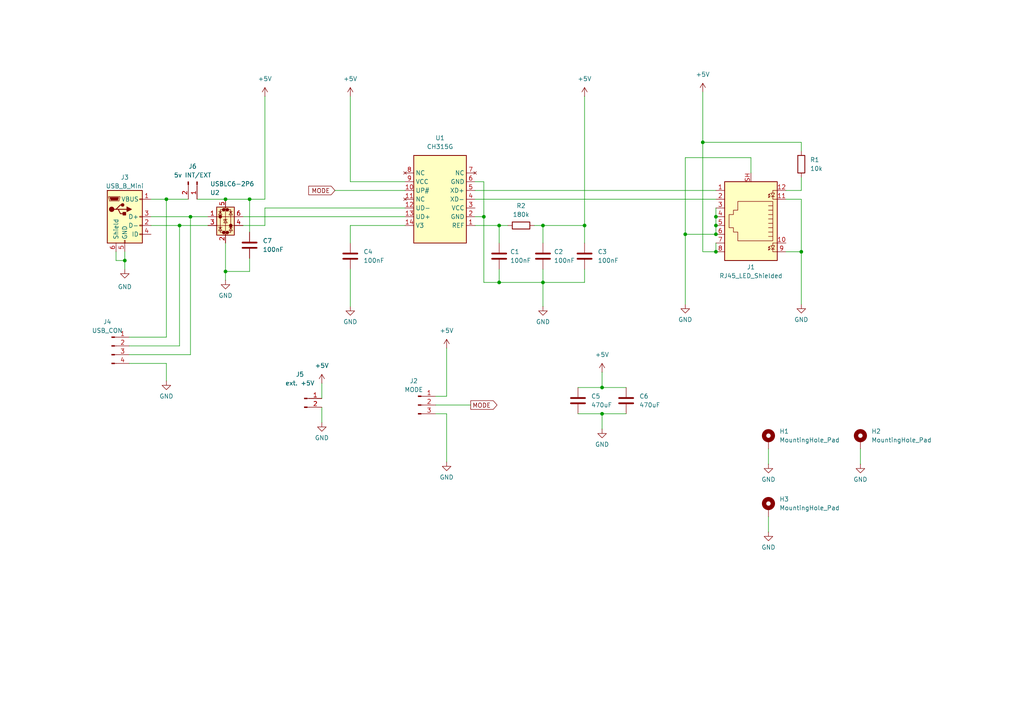
<source format=kicad_sch>
(kicad_sch (version 20231120) (generator "eeschema") (generator_version "8.0")
  (paper "A4")
  (title_block (title "OE9SAU USB-Extender ") (date "26.09.2024"))
  (lib_symbols
    (symbol "CH315G_1"
      (property "Reference" "U" (at -5.08 13.97 0))
      (property "Value" "CH315G" (at 1.27 13.97 0))
      (symbol "CH315G_1_0_1"
        (rectangle (start -7.62 12.7) (end 7.62 -12.7) (stroke (width 0.254)) (fill (type background)))
      )
      (symbol "CH315G_1_1_1"
        (pin input line (at -10.16 7.62 0) (length 2.54) (name "REF") (number "1"))
        (pin bidirectional line (at 10.16 -2.54 180) (length 2.54) (name "UP#") (number "10"))
        (pin no_connect line (at 10.16 0 180) (length 2.54) (name "NC") (number "11"))
        (pin bidirectional line (at 10.16 2.54 180) (length 2.54) (name "UD-") (number "12"))
        (pin bidirectional line (at 10.16 5.08 180) (length 2.54) (name "UD+") (number "13"))
        (pin input line (at 10.16 7.62 180) (length 2.54) (name "V3") (number "14"))
        (pin input line (at -10.16 5.08 0) (length 2.54) (name "GND") (number "2"))
        (pin input line (at -10.16 2.54 0) (length 2.54) (name "VCC") (number "3"))
        (pin bidirectional line (at -10.16 0 0) (length 2.54) (name "XD-") (number "4"))
        (pin bidirectional line (at -10.16 -2.54 0) (length 2.54) (name "XD+") (number "5"))
        (pin input line (at -10.16 -5.08 0) (length 2.54) (name "GND") (number "6"))
        (pin no_connect line (at -10.16 -7.62 0) (length 2.54) (name "NC") (number "7"))
        (pin no_connect line (at 10.16 -7.62 180) (length 2.54) (name "NC") (number "8"))
        (pin input line (at 10.16 -5.08 180) (length 2.54) (name "VCC") (number "9"))
      )
    )
    (symbol "Connector:Conn_01x02_Pin" (pin_names (offset 1.016) hide)
      (property "Reference" "J" (at 0 2.54 0))
      (property "Value" "Conn_01x02_Pin" (at 0 -5.08 0))
      (symbol "Conn_01x02_Pin_1_1"
        (polyline (pts (xy 1.27 -2.54) (xy 0.8636 -2.54)) (stroke (width 0.1524)))
        (polyline (pts (xy 1.27 0) (xy 0.8636 0)) (stroke (width 0.1524)))
        (rectangle (start 0.8636 -2.413) (end 0 -2.667) (stroke (width 0.1524)) (fill (type outline)))
        (rectangle (start 0.8636 0.127) (end 0 -0.127) (stroke (width 0.1524)) (fill (type outline)))
        (pin passive line (at 5.08 0 180) (length 3.81) (name "Pin_1") (number "1"))
        (pin passive line (at 5.08 -2.54 180) (length 3.81) (name "Pin_2") (number "2"))
      )
    )
    (symbol "Connector:Conn_01x03_Pin" (pin_names (offset 1.016) hide)
      (property "Reference" "J" (at 0 5.08 0))
      (property "Value" "Conn_01x03_Pin" (at 0 -5.08 0))
      (symbol "Conn_01x03_Pin_1_1"
        (polyline (pts (xy 1.27 -2.54) (xy 0.8636 -2.54)) (stroke (width 0.1524)))
        (polyline (pts (xy 1.27 0) (xy 0.8636 0)) (stroke (width 0.1524)))
        (polyline (pts (xy 1.27 2.54) (xy 0.8636 2.54)) (stroke (width 0.1524)))
        (rectangle (start 0.8636 -2.413) (end 0 -2.667) (stroke (width 0.1524)) (fill (type outline)))
        (rectangle (start 0.8636 0.127) (end 0 -0.127) (stroke (width 0.1524)) (fill (type outline)))
        (rectangle (start 0.8636 2.667) (end 0 2.413) (stroke (width 0.1524)) (fill (type outline)))
        (pin passive line (at 5.08 2.54 180) (length 3.81) (name "Pin_1") (number "1"))
        (pin passive line (at 5.08 0 180) (length 3.81) (name "Pin_2") (number "2"))
        (pin passive line (at 5.08 -2.54 180) (length 3.81) (name "Pin_3") (number "3"))
      )
    )
    (symbol "Connector:Conn_01x04_Pin" (pin_names (offset 1.016) hide)
      (property "Reference" "J" (at 0 5.08 0))
      (property "Value" "Conn_01x04_Pin" (at 0 -7.62 0))
      (symbol "Conn_01x04_Pin_1_1"
        (polyline (pts (xy 1.27 -5.08) (xy 0.8636 -5.08)) (stroke (width 0.1524)))
        (polyline (pts (xy 1.27 -2.54) (xy 0.8636 -2.54)) (stroke (width 0.1524)))
        (polyline (pts (xy 1.27 0) (xy 0.8636 0)) (stroke (width 0.1524)))
        (polyline (pts (xy 1.27 2.54) (xy 0.8636 2.54)) (stroke (width 0.1524)))
        (rectangle (start 0.8636 -4.953) (end 0 -5.207) (stroke (width 0.1524)) (fill (type outline)))
        (rectangle (start 0.8636 -2.413) (end 0 -2.667) (stroke (width 0.1524)) (fill (type outline)))
        (rectangle (start 0.8636 0.127) (end 0 -0.127) (stroke (width 0.1524)) (fill (type outline)))
        (rectangle (start 0.8636 2.667) (end 0 2.413) (stroke (width 0.1524)) (fill (type outline)))
        (pin passive line (at 5.08 2.54 180) (length 3.81) (name "Pin_1") (number "1"))
        (pin passive line (at 5.08 0 180) (length 3.81) (name "Pin_2") (number "2"))
        (pin passive line (at 5.08 -2.54 180) (length 3.81) (name "Pin_3") (number "3"))
        (pin passive line (at 5.08 -5.08 180) (length 3.81) (name "Pin_4") (number "4"))
      )
    )
    (symbol "Connector:RJ45_LED_Shielded" (pin_names (offset 1.016))
      (property "Reference" "J" (at -5.08 13.97 0))
      (property "Value" "RJ45_LED_Shielded" (at 1.27 13.97 0))
      (symbol "RJ45_LED_Shielded_0_1"
        (polyline (pts (xy -7.62 -7.62) (xy -6.35 -7.62)))
        (polyline (pts (xy -7.62 -5.08) (xy -6.35 -5.08)))
        (polyline (pts (xy -7.62 7.62) (xy -6.35 7.62)))
        (polyline (pts (xy -7.62 10.16) (xy -6.35 10.16)))
        (polyline (pts (xy -6.858 -5.842) (xy -5.842 -5.842)))
        (polyline (pts (xy -6.858 9.398) (xy -5.842 9.398)))
        (polyline (pts (xy -6.35 -7.62) (xy -6.35 -6.858)))
        (polyline (pts (xy -6.35 -5.08) (xy -6.35 -5.842)))
        (polyline (pts (xy -6.35 7.62) (xy -6.35 8.382)))
        (polyline (pts (xy -6.35 10.16) (xy -6.35 9.398)))
        (polyline (pts (xy -5.08 -6.223) (xy -5.207 -6.604)))
        (polyline (pts (xy -5.08 -5.588) (xy -5.207 -5.969)))
        (polyline (pts (xy -5.08 4.445) (xy -6.35 4.445)))
        (polyline (pts (xy -5.08 5.715) (xy -6.35 5.715)))
        (polyline (pts (xy -5.08 9.017) (xy -5.207 8.636)))
        (polyline (pts (xy -5.08 9.652) (xy -5.207 9.271)))
        (polyline (pts (xy -6.35 -3.175) (xy -5.08 -3.175) (xy -5.08 -3.175)))
        (polyline (pts (xy -6.35 -1.905) (xy -5.08 -1.905) (xy -5.08 -1.905)))
        (polyline (pts (xy -6.35 -0.635) (xy -5.08 -0.635) (xy -5.08 -0.635)))
        (polyline (pts (xy -6.35 0.635) (xy -5.08 0.635) (xy -5.08 0.635)))
        (polyline (pts (xy -6.35 1.905) (xy -5.08 1.905) (xy -5.08 1.905)))
        (polyline (pts (xy -5.588 -6.731) (xy -5.08 -6.223) (xy -5.461 -6.35)))
        (polyline (pts (xy -5.588 -6.096) (xy -5.08 -5.588) (xy -5.461 -5.715)))
        (polyline (pts (xy -5.588 8.509) (xy -5.08 9.017) (xy -5.461 8.89)))
        (polyline (pts (xy -5.588 9.144) (xy -5.08 9.652) (xy -5.461 9.525)))
        (polyline (pts (xy -5.08 3.175) (xy -6.35 3.175) (xy -6.35 3.175)))
        (polyline (pts (xy -6.35 -5.842) (xy -6.858 -6.858) (xy -5.842 -6.858) (xy -6.35 -5.842)))
        (polyline (pts (xy -6.35 9.398) (xy -6.858 8.382) (xy -5.842 8.382) (xy -6.35 9.398)))
        (polyline (pts (xy -6.35 -4.445) (xy -6.35 6.985) (xy 3.81 6.985) (xy 3.81 4.445) (xy 5.08 4.445) (xy 5.08 3.175) (xy 6.35 3.175) (xy 6.35 -0.635) (xy 5.08 -0.635) (xy 5.08 -1.905) (xy 3.81 -1.905) (xy 3.81 -4.445) (xy -6.35 -4.445) (xy -6.35 -4.445)))
        (rectangle (start 7.62 12.7) (end -7.62 -10.16) (stroke (width 0.254)) (fill (type background)))
      )
      (symbol "RJ45_LED_Shielded_1_1"
        (pin passive line (at 10.16 -7.62 180) (length 2.54) (name "~") (number "1"))
        (pin passive line (at -10.16 7.62 0) (length 2.54) (name "~") (number "10"))
        (pin passive line (at -10.16 -5.08 0) (length 2.54) (name "~") (number "11"))
        (pin passive line (at -10.16 -7.62 0) (length 2.54) (name "~") (number "12"))
        (pin passive line (at 10.16 -5.08 180) (length 2.54) (name "~") (number "2"))
        (pin passive line (at 10.16 -2.54 180) (length 2.54) (name "~") (number "3"))
        (pin passive line (at 10.16 0 180) (length 2.54) (name "~") (number "4"))
        (pin passive line (at 10.16 2.54 180) (length 2.54) (name "~") (number "5"))
        (pin passive line (at 10.16 5.08 180) (length 2.54) (name "~") (number "6"))
        (pin passive line (at 10.16 7.62 180) (length 2.54) (name "~") (number "7"))
        (pin passive line (at 10.16 10.16 180) (length 2.54) (name "~") (number "8"))
        (pin passive line (at -10.16 10.16 0) (length 2.54) (name "~") (number "9"))
        (pin passive line (at 0 -12.7 90) (length 2.54) (name "~") (number "SH"))
      )
    )
    (symbol "Connector:USB_B_Mini" (pin_names (offset 1.016))
      (property "Reference" "J" (at -5.08 11.43 0))
      (property "Value" "USB_B_Mini" (at -5.08 8.89 0))
      (symbol "USB_B_Mini_0_1"
        (rectangle (start -5.08 -7.62) (end 5.08 7.62) (stroke (width 0.254)) (fill (type background)))
        (circle (center -3.81 2.159) (radius 0.635) (stroke (width 0.254)) (fill (type outline)))
        (circle (center -0.635 3.429) (radius 0.381) (stroke (width 0.254)) (fill (type outline)))
        (rectangle (start -0.127 -7.62) (end 0.127 -6.858))
        (polyline (pts (xy -1.905 2.159) (xy 0.635 2.159)) (stroke (width 0.254)))
        (polyline (pts (xy -3.175 2.159) (xy -2.54 2.159) (xy -1.27 3.429) (xy -0.635 3.429)) (stroke (width 0.254)))
        (polyline (pts (xy -2.54 2.159) (xy -1.905 2.159) (xy -1.27 0.889) (xy 0 0.889)) (stroke (width 0.254)))
        (polyline (pts (xy 0.635 2.794) (xy 0.635 1.524) (xy 1.905 2.159) (xy 0.635 2.794)) (stroke (width 0.254)) (fill (type outline)))
        (polyline (pts (xy -4.318 5.588) (xy -1.778 5.588) (xy -2.032 4.826) (xy -4.064 4.826) (xy -4.318 5.588)) (fill (type outline)))
        (polyline (pts (xy -4.699 5.842) (xy -4.699 5.588) (xy -4.445 4.826) (xy -4.445 4.572) (xy -1.651 4.572) (xy -1.651 4.826) (xy -1.397 5.588) (xy -1.397 5.842) (xy -4.699 5.842)))
        (rectangle (start 0.254 1.27) (end -0.508 0.508) (stroke (width 0.254)) (fill (type outline)))
        (rectangle (start 5.08 -5.207) (end 4.318 -4.953))
        (rectangle (start 5.08 -2.667) (end 4.318 -2.413))
        (rectangle (start 5.08 -0.127) (end 4.318 0.127))
        (rectangle (start 5.08 4.953) (end 4.318 5.207))
      )
      (symbol "USB_B_Mini_1_1"
        (pin power_out line (at 7.62 5.08 180) (length 2.54) (name "VBUS") (number "1"))
        (pin bidirectional line (at 7.62 -2.54 180) (length 2.54) (name "D-") (number "2"))
        (pin bidirectional line (at 7.62 0 180) (length 2.54) (name "D+") (number "3"))
        (pin passive line (at 7.62 -5.08 180) (length 2.54) (name "ID") (number "4"))
        (pin power_out line (at 0 -10.16 90) (length 2.54) (name "GND") (number "5"))
        (pin passive line (at -2.54 -10.16 90) (length 2.54) (name "Shield") (number "6"))
      )
    )
    (symbol "Device:C" (pin_numbers hide) (pin_names (offset 0.254))
      (property "Reference" "C" (at 0.635 2.54 0))
      (property "Value" "C" (at 0.635 -2.54 0))
      (symbol "C_0_1"
        (polyline (pts (xy -2.032 -0.762) (xy 2.032 -0.762)) (stroke (width 0.508)))
        (polyline (pts (xy -2.032 0.762) (xy 2.032 0.762)) (stroke (width 0.508)))
      )
      (symbol "C_1_1"
        (pin passive line (at 0 3.81 270) (length 2.794) (name "~") (number "1"))
        (pin passive line (at 0 -3.81 90) (length 2.794) (name "~") (number "2"))
      )
    )
    (symbol "Device:R" (pin_numbers hide) (pin_names (offset 0))
      (property "Reference" "R" (at 2.032 0 90))
      (property "Value" "R" (at 0 0 90))
      (symbol "R_0_1"
        (rectangle (start -1.016 -2.54) (end 1.016 2.54) (stroke (width 0.254)))
      )
      (symbol "R_1_1"
        (pin passive line (at 0 3.81 270) (length 1.27) (name "~") (number "1"))
        (pin passive line (at 0 -3.81 90) (length 1.27) (name "~") (number "2"))
      )
    )
    (symbol "Mechanical:MountingHole_Pad" (pin_numbers hide) (pin_names (offset 1.016) hide) (exclude_from_sim yes) (in_bom no)
      (property "Reference" "H" (at 0 6.35 0))
      (property "Value" "MountingHole_Pad" (at 0 4.445 0))
      (symbol "MountingHole_Pad_0_1"
        (circle (center 0 1.27) (radius 1.27) (stroke (width 1.27)))
      )
      (symbol "MountingHole_Pad_1_1"
        (pin input line (at 0 -2.54 90) (length 2.54) (name "1") (number "1"))
      )
    )
    (symbol "Power_Protection:USBLC6-2P6" (pin_names hide)
      (property "Reference" "U" (at 0.635 5.715 0))
      (property "Value" "USBLC6-2P6" (at 0.635 3.81 0))
      (symbol "USBLC6-2P6_0_0"
        (circle (center -1.524 0) (radius 0.0001) (stroke (width 0.508)))
        (circle (center -0.508 -4.572) (radius 0.0001) (stroke (width 0.508)))
        (circle (center -0.508 2.032) (radius 0.0001) (stroke (width 0.508)))
        (circle (center 0.508 -4.572) (radius 0.0001) (stroke (width 0.508)))
        (circle (center 0.508 2.032) (radius 0.0001) (stroke (width 0.508)))
        (circle (center 1.524 -2.54) (radius 0.0001) (stroke (width 0.508)))
      )
      (symbol "USBLC6-2P6_0_1"
        (polyline (pts (xy -2.54 -2.54) (xy 2.54 -2.54)))
        (polyline (pts (xy -2.54 0) (xy 2.54 0)))
        (polyline (pts (xy -2.032 -3.048) (xy -1.016 -3.048)))
        (polyline (pts (xy -1.016 1.524) (xy -2.032 1.524)))
        (polyline (pts (xy 1.016 -3.048) (xy 2.032 -3.048)))
        (polyline (pts (xy 1.016 1.524) (xy 2.032 1.524)))
        (polyline (pts (xy -0.508 -1.143) (xy -0.508 -0.762) (xy 0.508 -0.762)))
        (polyline (pts (xy -2.032 0.508) (xy -1.016 0.508) (xy -1.524 1.524) (xy -2.032 0.508)))
        (polyline (pts (xy -1.016 -4.064) (xy -2.032 -4.064) (xy -1.524 -3.048) (xy -1.016 -4.064)))
        (polyline (pts (xy 0.508 -1.778) (xy -0.508 -1.778) (xy 0 -0.762) (xy 0.508 -1.778)))
        (polyline (pts (xy 2.032 -4.064) (xy 1.016 -4.064) (xy 1.524 -3.048) (xy 2.032 -4.064)))
        (polyline (pts (xy 2.032 0.508) (xy 1.016 0.508) (xy 1.524 1.524) (xy 2.032 0.508)))
        (polyline (pts (xy 0 2.54) (xy -0.508 2.032) (xy 0.508 2.032) (xy 0 1.524) (xy 0 -4.064) (xy -0.508 -4.572) (xy 0.508 -4.572) (xy 0 -5.08)))
      )
      (symbol "USBLC6-2P6_1_1"
        (rectangle (start -2.54 2.794) (end 2.54 -5.334) (stroke (width 0.254)) (fill (type background)))
        (polyline (pts (xy -0.508 2.032) (xy -1.524 2.032) (xy -1.524 -4.572) (xy -0.508 -4.572)))
        (polyline (pts (xy 0.508 -4.572) (xy 1.524 -4.572) (xy 1.524 2.032) (xy 0.508 2.032)))
        (pin passive line (at -5.08 0 0) (length 2.54) (name "I/O1") (number "1"))
        (pin passive line (at 0 -7.62 90) (length 2.54) (name "GND") (number "2"))
        (pin passive line (at -5.08 -2.54 0) (length 2.54) (name "I/O2") (number "3"))
        (pin passive line (at 5.08 -2.54 180) (length 2.54) (name "I/O2") (number "4"))
        (pin passive line (at 0 5.08 270) (length 2.54) (name "VBUS") (number "5"))
        (pin passive line (at 5.08 0 180) (length 2.54) (name "I/O1") (number "6"))
      )
    )
    (symbol "power:+5V" (power) (pin_numbers hide) (pin_names (offset 0) hide)
      (property "Value" "+5V" (at 0 3.556 0))
      (symbol "+5V_0_1"
        (polyline (pts (xy -0.762 1.27) (xy 0 2.54)))
        (polyline (pts (xy 0 0) (xy 0 2.54)))
        (polyline (pts (xy 0 2.54) (xy 0.762 1.27)))
      )
      (symbol "+5V_1_1"
        (pin power_in line (at 0 0 90) (length 0) (name "~") (number "1"))
      )
    )
    (symbol "power:GND" (power) (pin_numbers hide) (pin_names (offset 0) hide)
      (property "Value" "GND" (at 0 -3.81 0))
      (symbol "GND_0_1"
        (polyline (pts (xy 0 0) (xy 0 -1.27) (xy 1.27 -1.27) (xy 0 -2.54) (xy -1.27 -1.27) (xy 0 -1.27)))
      )
      (symbol "GND_1_1"
        (pin power_in line (at 0 0 270) (length 0) (name "~") (number "1"))
      )
    )
  )
  (junction (at 157.48 65.405))
  (junction (at 65.405 57.785))
  (junction (at 203.835 41.275))
  (junction (at 207.645 67.945))
  (junction (at 144.78 65.405))
  (junction (at 140.335 62.865))
  (junction (at 55.245 62.865))
  (junction (at 169.545 65.405))
  (junction (at 207.645 73.025))
  (junction (at 207.645 65.405))
  (junction (at 65.405 78.74))
  (junction (at 48.26 57.785))
  (junction (at 72.39 57.785))
  (junction (at 174.625 120.015))
  (junction (at 174.625 112.395))
  (junction (at 232.41 73.025))
  (junction (at 207.645 62.865))
  (junction (at 198.755 67.945))
  (junction (at 144.78 81.915))
  (junction (at 157.48 81.915))
  (junction (at 36.195 75.565))
  (junction (at 52.07 65.405))
  (wire (pts (xy 137.795 52.705) (xy 140.335 52.705)))
  (wire (pts (xy 217.805 50.165) (xy 217.805 45.72)))
  (wire (pts (xy 126.365 114.935) (xy 129.54 114.935)))
  (wire (pts (xy 36.195 73.025) (xy 36.195 75.565)))
  (wire (pts (xy 57.15 57.785) (xy 65.405 57.785)))
  (wire (pts (xy 174.625 120.015) (xy 174.625 124.46)))
  (wire (pts (xy 167.64 120.015) (xy 174.625 120.015)))
  (wire (pts (xy 169.545 81.915) (xy 169.545 78.105)))
  (wire (pts (xy 55.245 102.87) (xy 55.245 62.865)))
  (wire (pts (xy 76.835 27.94) (xy 76.835 57.785)))
  (wire (pts (xy 207.645 65.405) (xy 207.645 67.945)))
  (wire (pts (xy 144.78 81.915) (xy 157.48 81.915)))
  (wire (pts (xy 101.6 78.105) (xy 101.6 88.9)))
  (wire (pts (xy 70.485 65.405) (xy 76.835 65.405)))
  (wire (pts (xy 129.54 120.015) (xy 129.54 133.985)))
  (wire (pts (xy 129.54 100.965) (xy 129.54 114.935)))
  (wire (pts (xy 36.195 75.565) (xy 36.195 78.105)))
  (wire (pts (xy 232.41 73.025) (xy 227.965 73.025)))
  (wire (pts (xy 203.835 73.025) (xy 203.835 41.275)))
  (wire (pts (xy 37.465 105.41) (xy 48.26 105.41)))
  (wire (pts (xy 140.335 62.865) (xy 140.335 81.915)))
  (wire (pts (xy 154.94 65.405) (xy 157.48 65.405)))
  (wire (pts (xy 65.405 57.785) (xy 72.39 57.785)))
  (wire (pts (xy 167.64 112.395) (xy 174.625 112.395)))
  (wire (pts (xy 232.41 43.815) (xy 232.41 41.275)))
  (wire (pts (xy 140.335 52.705) (xy 140.335 62.865)))
  (wire (pts (xy 207.645 70.485) (xy 207.645 73.025)))
  (wire (pts (xy 198.755 45.72) (xy 198.755 67.945)))
  (wire (pts (xy 72.39 74.93) (xy 72.39 78.74)))
  (wire (pts (xy 207.645 60.325) (xy 207.645 62.865)))
  (wire (pts (xy 76.835 65.405) (xy 76.835 60.325)))
  (wire (pts (xy 65.405 70.485) (xy 65.405 78.74)))
  (wire (pts (xy 157.48 65.405) (xy 157.48 70.485)))
  (wire (pts (xy 52.07 100.33) (xy 52.07 65.405)))
  (wire (pts (xy 101.6 65.405) (xy 101.6 70.485)))
  (wire (pts (xy 207.645 62.865) (xy 207.645 65.405)))
  (wire (pts (xy 43.815 62.865) (xy 55.245 62.865)))
  (wire (pts (xy 37.465 102.87) (xy 55.245 102.87)))
  (wire (pts (xy 117.475 52.705) (xy 101.6 52.705)))
  (wire (pts (xy 140.335 81.915) (xy 144.78 81.915)))
  (wire (pts (xy 137.795 57.785) (xy 207.645 57.785)))
  (wire (pts (xy 249.555 130.175) (xy 249.555 134.62)))
  (wire (pts (xy 33.655 75.565) (xy 36.195 75.565)))
  (wire (pts (xy 126.365 117.475) (xy 136.525 117.475)))
  (wire (pts (xy 232.41 73.025) (xy 232.41 88.265)))
  (wire (pts (xy 65.405 78.74) (xy 72.39 78.74)))
  (wire (pts (xy 227.965 55.245) (xy 232.41 55.245)))
  (wire (pts (xy 93.345 118.11) (xy 93.345 122.555)))
  (wire (pts (xy 93.345 111.125) (xy 93.345 115.57)))
  (wire (pts (xy 174.625 112.395) (xy 181.61 112.395)))
  (wire (pts (xy 137.795 62.865) (xy 140.335 62.865)))
  (wire (pts (xy 203.835 73.025) (xy 207.645 73.025)))
  (wire (pts (xy 137.795 65.405) (xy 144.78 65.405)))
  (wire (pts (xy 144.78 65.405) (xy 147.32 65.405)))
  (wire (pts (xy 227.965 57.785) (xy 232.41 57.785)))
  (wire (pts (xy 174.625 107.95) (xy 174.625 112.395)))
  (wire (pts (xy 174.625 120.015) (xy 181.61 120.015)))
  (wire (pts (xy 222.885 130.175) (xy 222.885 134.62)))
  (wire (pts (xy 117.475 55.245) (xy 97.155 55.245)))
  (wire (pts (xy 48.26 57.785) (xy 48.26 97.79)))
  (wire (pts (xy 198.755 67.945) (xy 198.755 88.265)))
  (wire (pts (xy 157.48 65.405) (xy 169.545 65.405)))
  (wire (pts (xy 157.48 81.915) (xy 157.48 88.9)))
  (wire (pts (xy 144.78 81.915) (xy 144.78 78.105)))
  (wire (pts (xy 65.405 78.74) (xy 65.405 81.28)))
  (wire (pts (xy 43.815 57.785) (xy 48.26 57.785)))
  (wire (pts (xy 157.48 81.915) (xy 157.48 78.105)))
  (wire (pts (xy 76.835 60.325) (xy 117.475 60.325)))
  (wire (pts (xy 48.26 105.41) (xy 48.26 110.49)))
  (wire (pts (xy 217.805 45.72) (xy 198.755 45.72)))
  (wire (pts (xy 157.48 81.915) (xy 169.545 81.915)))
  (wire (pts (xy 72.39 57.785) (xy 76.835 57.785)))
  (wire (pts (xy 43.815 65.405) (xy 52.07 65.405)))
  (wire (pts (xy 203.835 26.67) (xy 203.835 41.275)))
  (wire (pts (xy 232.41 57.785) (xy 232.41 73.025)))
  (wire (pts (xy 169.545 27.94) (xy 169.545 65.405)))
  (wire (pts (xy 117.475 65.405) (xy 101.6 65.405)))
  (wire (pts (xy 33.655 73.025) (xy 33.655 75.565)))
  (wire (pts (xy 72.39 57.785) (xy 72.39 67.31)))
  (wire (pts (xy 52.07 65.405) (xy 60.325 65.405)))
  (wire (pts (xy 70.485 62.865) (xy 117.475 62.865)))
  (wire (pts (xy 129.54 120.015) (xy 126.365 120.015)))
  (wire (pts (xy 101.6 52.705) (xy 101.6 27.94)))
  (wire (pts (xy 137.795 55.245) (xy 207.645 55.245)))
  (wire (pts (xy 48.26 97.79) (xy 37.465 97.79)))
  (wire (pts (xy 48.26 57.785) (xy 54.61 57.785)))
  (wire (pts (xy 222.885 149.86) (xy 222.885 154.305)))
  (wire (pts (xy 232.41 51.435) (xy 232.41 55.245)))
  (wire (pts (xy 169.545 65.405) (xy 169.545 70.485)))
  (wire (pts (xy 198.755 67.945) (xy 207.645 67.945)))
  (wire (pts (xy 203.835 41.275) (xy 232.41 41.275)))
  (wire (pts (xy 37.465 100.33) (xy 52.07 100.33)))
  (wire (pts (xy 144.78 65.405) (xy 144.78 70.485)))
  (wire (pts (xy 55.245 62.865) (xy 60.325 62.865)))
  (image (at 150.495 -81.915) (scale 0.700116))
  (global_label "MODE" (shape input) (at 97.155 55.245 180) (property "Intersheetrefs" "${INTERSHEET_REFS}" (effects (hide yes))))
  (global_label "MODE" (shape output) (at 136.525 117.475 0) (property "Intersheetrefs" "${INTERSHEET_REFS}" (effects (hide yes))))
  (symbol (lib_id "Mechanical:MountingHole_Pad") (at 222.885 127.635 0) (unit 1) (exclude_from_sim yes) (in_bom no)
    (property "Reference" "H1" (at 226.06 125.0949 0) (effects (justify left)))
    (property "Value" "MountingHole_Pad" (at 226.06 127.6349 0) (effects (justify left)))
    (property "Footprint" "MountingHole:MountingHole_2.2mm_M2_ISO7380_Pad" (effects (hide yes)))
    (property "Description" "Mounting Hole with connection" (effects (hide yes)))
  )
  (symbol (lib_id "Device:R") (at 151.13 65.405 90) (unit 1)
    (property "Reference" "R2" (at 151.13 59.69 90))
    (property "Value" "180k" (at 151.13 62.23 90))
    (property "Footprint" "Resistor_SMD:R_0805_2012Metric_Pad1.20x1.40mm_HandSolder" (effects (hide yes)))
    (property "Description" "Resistor" (effects (hide yes)))
  )
  (symbol (lib_id "power:GND") (at 93.345 122.555 0) (unit 1)
    (property "Reference" "#PWR016" (effects (hide yes)))
    (property "Value" "GND" (at 93.345 127 0))
    (property "Description" "Power symbol creates a global label with name \"GND\" , ground" (effects (hide yes)))
  )
  (symbol (lib_id "power:GND") (at 174.625 124.46 0) (unit 1)
    (property "Reference" "#PWR011" (effects (hide yes)))
    (property "Value" "GND" (at 174.625 128.905 0))
    (property "Description" "Power symbol creates a global label with name \"GND\" , ground" (effects (hide yes)))
  )
  (symbol (lib_id "power:GND") (at 222.885 154.305 0) (unit 1)
    (property "Reference" "#PWR018" (effects (hide yes)))
    (property "Value" "GND" (at 222.885 158.75 0))
    (property "Description" "Power symbol creates a global label with name \"GND\" , ground" (effects (hide yes)))
  )
  (symbol (lib_id "power:GND") (at 48.26 110.49 0) (unit 1)
    (property "Reference" "#PWR014" (effects (hide yes)))
    (property "Value" "GND" (at 48.26 114.935 0))
    (property "Description" "Power symbol creates a global label with name \"GND\" , ground" (effects (hide yes)))
  )
  (symbol (lib_id "power:+5V") (at 93.345 111.125 0) (unit 1)
    (property "Reference" "#PWR015" (effects (hide yes)))
    (property "Value" "+5V" (at 93.345 106.045 0))
    (property "Description" "Power symbol creates a global label with name \"+5V\"" (effects (hide yes)))
  )
  (symbol (lib_id "power:GND") (at 101.6 88.9 0) (unit 1)
    (property "Reference" "#PWR07" (effects (hide yes)))
    (property "Value" "GND" (at 101.6 93.345 0))
    (property "Description" "Power symbol creates a global label with name \"GND\" , ground" (effects (hide yes)))
  )
  (symbol (lib_id "Device:R") (at 232.41 47.625 180) (unit 1)
    (property "Reference" "R1" (at 234.95 46.3549 0) (effects (justify right)))
    (property "Value" "10k" (at 234.95 48.8949 0) (effects (justify right)))
    (property "Footprint" "Resistor_SMD:R_0805_2012Metric_Pad1.20x1.40mm_HandSolder" (effects (hide yes)))
    (property "Description" "Resistor" (effects (hide yes)))
  )
  (symbol (lib_id "power:+5V") (at 76.835 27.94 0) (unit 1)
    (property "Reference" "#PWR013" (effects (hide yes)))
    (property "Value" "+5V" (at 76.835 22.86 0))
    (property "Description" "Power symbol creates a global label with name \"+5V\"" (effects (hide yes)))
  )
  (symbol (lib_id "Device:C") (at 181.61 116.205 0) (unit 1)
    (property "Reference" "C6" (at 185.42 114.9349 0) (effects (justify left)))
    (property "Value" "470uF" (at 185.42 117.4749 0) (effects (justify left)))
    (property "Footprint" "Capacitor_SMD:CP_Elec_6.3x7.7" (effects (hide yes)))
    (property "Description" "Unpolarized capacitor" (effects (hide yes)))
  )
  (symbol (lib_id "Device:C") (at 144.78 74.295 0) (unit 1)
    (property "Reference" "C1" (at 147.955 73.0249 0) (effects (justify left)))
    (property "Value" "100nF" (at 147.955 75.5649 0) (effects (justify left)))
    (property "Footprint" "Capacitor_SMD:C_0805_2012Metric_Pad1.18x1.45mm_HandSolder" (effects (hide yes)))
    (property "Description" "Unpolarized capacitor" (effects (hide yes)))
  )
  (symbol (lib_id "power:GND") (at 36.195 78.105 0) (unit 1)
    (property "Reference" "#PWR012" (effects (hide yes)))
    (property "Value" "GND" (at 36.195 83.185 0))
  )
  (symbol (lib_id "Device:C") (at 72.39 71.12 0) (unit 1)
    (property "Reference" "C7" (at 76.2 69.8499 0) (effects (justify left)))
    (property "Value" "100nF" (at 76.2 72.3899 0) (effects (justify left)))
    (property "Footprint" "Capacitor_SMD:C_0805_2012Metric_Pad1.18x1.45mm_HandSolder" (effects (hide yes)))
    (property "Description" "Unpolarized capacitor" (effects (hide yes)))
  )
  (symbol (lib_id "power:GND") (at 249.555 134.62 0) (unit 1)
    (property "Reference" "#PWR017" (effects (hide yes)))
    (property "Value" "GND" (at 249.555 139.065 0))
    (property "Description" "Power symbol creates a global label with name \"GND\" , ground" (effects (hide yes)))
  )
  (symbol (lib_id "Connector:RJ45_LED_Shielded") (at 217.805 62.865 180) (unit 1)
    (property "Reference" "J1" (at 217.805 77.47 0))
    (property "Value" "RJ45_LED_Shielded" (at 217.805 80.01 0))
    (property "Footprint" "Connector_RJ:RJ45_Amphenol_RJHSE538X" (effects (hide yes)))
    (property "Description" "RJ connector, 8P8C (8 positions 8 connected), two LEDs, Shielded" (effects (hide yes)))
  )
  (symbol (lib_id "Connector:Conn_01x02_Pin") (at 88.265 115.57 0) (unit 1)
    (property "Reference" "J5" (at 86.995 108.585 0))
    (property "Value" "ext. +5V" (at 86.995 111.125 0))
    (property "Footprint" "Connector_PinHeader_2.54mm:PinHeader_1x02_P2.54mm_Vertical" (effects (hide yes)))
    (property "Description" "Generic connector, single row, 01x02, script generated" (effects (hide yes)))
  )
  (symbol (lib_id "Device:C") (at 157.48 74.295 0) (unit 1)
    (property "Reference" "C2" (at 160.655 73.0249 0) (effects (justify left)))
    (property "Value" "100nF" (at 160.655 75.5649 0) (effects (justify left)))
    (property "Footprint" "Capacitor_SMD:C_0805_2012Metric_Pad1.18x1.45mm_HandSolder" (effects (hide yes)))
    (property "Description" "Unpolarized capacitor" (effects (hide yes)))
  )
  (symbol (lib_id "Mechanical:MountingHole_Pad") (at 249.555 127.635 0) (unit 1) (exclude_from_sim yes) (in_bom no)
    (property "Reference" "H2" (at 252.73 125.0949 0) (effects (justify left)))
    (property "Value" "MountingHole_Pad" (at 252.73 127.6349 0) (effects (justify left)))
    (property "Footprint" "MountingHole:MountingHole_2.2mm_M2_ISO7380_Pad" (effects (hide yes)))
    (property "Description" "Mounting Hole with connection" (effects (hide yes)))
  )
  (symbol (lib_id "Mechanical:MountingHole_Pad") (at 222.885 147.32 0) (unit 1) (exclude_from_sim yes) (in_bom no)
    (property "Reference" "H3" (at 226.06 144.7799 0) (effects (justify left)))
    (property "Value" "MountingHole_Pad" (at 226.06 147.3199 0) (effects (justify left)))
    (property "Footprint" "MountingHole:MountingHole_2.2mm_M2_ISO7380_Pad" (effects (hide yes)))
    (property "Description" "Mounting Hole with connection" (effects (hide yes)))
  )
  (symbol (lib_id "Connector:USB_B_Mini") (at 36.195 62.865 0) (unit 1)
    (property "Reference" "J3" (at 36.195 51.435 0))
    (property "Value" "USB_B_Mini" (at 36.195 53.975 0))
    (property "Footprint" "Connector_USB:USB_Mini-B_Wuerth_65100516121_Horizontal" (effects (hide yes)))
  )
  (symbol (lib_id "Device:C") (at 169.545 74.295 0) (unit 1)
    (property "Reference" "C3" (at 173.355 73.0249 0) (effects (justify left)))
    (property "Value" "100nF" (at 173.355 75.5649 0) (effects (justify left)))
    (property "Footprint" "Capacitor_SMD:C_0805_2012Metric_Pad1.18x1.45mm_HandSolder" (effects (hide yes)))
    (property "Description" "Unpolarized capacitor" (effects (hide yes)))
  )
  (symbol (lib_id "Connector:Conn_01x04_Pin") (at 32.385 100.33 0) (unit 1)
    (property "Reference" "J4" (at 31.115 93.345 0))
    (property "Value" "USB_CON" (at 31.115 95.885 0))
    (property "Footprint" "Connector_PinHeader_2.54mm:PinHeader_1x04_P2.54mm_Horizontal" (effects (hide yes)))
    (property "Description" "Generic connector, single row, 01x04, script generated" (effects (hide yes)))
  )
  (symbol (lib_id "power:GND") (at 222.885 134.62 0) (unit 1)
    (property "Reference" "#PWR019" (effects (hide yes)))
    (property "Value" "GND" (at 222.885 139.065 0))
    (property "Description" "Power symbol creates a global label with name \"GND\" , ground" (effects (hide yes)))
  )
  (symbol (lib_id "Connector:Conn_01x02_Pin") (at 57.15 52.705 270) (unit 1)
    (property "Reference" "J6" (at 55.88 48.26 90))
    (property "Value" "5v INT/EXT" (at 55.88 50.8 90))
    (property "Footprint" "Connector_PinHeader_2.54mm:PinHeader_1x02_P2.54mm_Vertical" (effects (hide yes)))
    (property "Description" "Generic connector, single row, 01x02, script generated" (effects (hide yes)))
  )
  (symbol (lib_id "power:+5V") (at 203.835 26.67 0) (unit 1)
    (property "Reference" "#PWR05" (effects (hide yes)))
    (property "Value" "+5V" (at 203.835 21.59 0))
    (property "Description" "Power symbol creates a global label with name \"+5V\"" (effects (hide yes)))
  )
  (symbol (lib_id "power:+5V") (at 129.54 100.965 0) (unit 1)
    (property "Reference" "#PWR09" (effects (hide yes)))
    (property "Value" "+5V" (at 129.54 95.885 0))
    (property "Description" "Power symbol creates a global label with name \"+5V\"" (effects (hide yes)))
  )
  (symbol (lib_id "Device:C") (at 167.64 116.205 0) (unit 1)
    (property "Reference" "C5" (at 171.45 114.9349 0) (effects (justify left)))
    (property "Value" "470uF" (at 171.45 117.4749 0) (effects (justify left)))
    (property "Footprint" "Capacitor_SMD:CP_Elec_6.3x7.7" (effects (hide yes)))
    (property "Description" "Unpolarized capacitor" (effects (hide yes)))
  )
  (symbol (lib_name "CH315G_1") (lib_id "Interface_USB_OE09SAU:CH315G") (at 127.635 57.785 180) (unit 1)
    (property "Reference" "U1" (at 127.635 40.005 0))
    (property "Value" "CH315G" (at 127.635 42.545 0))
    (property "Footprint" "Package_SO:SOIC-14_3.9x8.7mm_P1.27mm" (effects (hide yes)))
    (property "Datasheet" "https://www.micros.com.pl/mediaserver/UICH315h_0001.pdf" (effects (hide yes)))
    (property "Description" "USB extension control chip CH315G, SOP-14" (effects (hide yes)))
  )
  (symbol (lib_id "power:+5V") (at 174.625 107.95 0) (unit 1)
    (property "Reference" "#PWR010" (effects (hide yes)))
    (property "Value" "+5V" (at 174.625 102.87 0))
    (property "Description" "Power symbol creates a global label with name \"+5V\"" (effects (hide yes)))
  )
  (symbol (lib_id "Device:C") (at 101.6 74.295 0) (unit 1)
    (property "Reference" "C4" (at 105.41 73.0249 0) (effects (justify left)))
    (property "Value" "100nF" (at 105.41 75.5649 0) (effects (justify left)))
    (property "Footprint" "Capacitor_SMD:C_0805_2012Metric_Pad1.18x1.45mm_HandSolder" (effects (hide yes)))
    (property "Description" "Unpolarized capacitor" (effects (hide yes)))
  )
  (symbol (lib_id "power:GND") (at 198.755 88.265 0) (unit 1)
    (property "Reference" "#PWR02" (effects (hide yes)))
    (property "Value" "GND" (at 198.755 92.71 0))
    (property "Description" "Power symbol creates a global label with name \"GND\" , ground" (effects (hide yes)))
  )
  (symbol (lib_id "Power_Protection:USBLC6-2P6") (at 65.405 62.865 0) (unit 1)
    (property "Reference" "U2" (at 60.96 55.88 0) (effects (justify left)))
    (property "Value" "USBLC6-2P6" (at 60.96 53.34 0) (effects (justify left)))
    (property "Footprint" "Package_TO_SOT_SMD:SOT-666" (effects (hide yes)))
    (property "Datasheet" "https://www.st.com/resource/en/datasheet/usblc6-2.pdf" (effects (hide yes)))
    (property "Description" "Very low capacitance ESD protection diode, 2 data-line, SOT-666" (effects (hide yes)))
  )
  (symbol (lib_id "power:+5V") (at 169.545 27.94 0) (unit 1)
    (property "Reference" "#PWR04" (effects (hide yes)))
    (property "Value" "+5V" (at 169.545 22.86 0))
    (property "Description" "Power symbol creates a global label with name \"+5V\"" (effects (hide yes)))
  )
  (symbol (lib_id "power:GND") (at 65.405 81.28 0) (unit 1)
    (property "Reference" "#PWR020" (effects (hide yes)))
    (property "Value" "GND" (at 65.405 85.725 0))
    (property "Description" "Power symbol creates a global label with name \"GND\" , ground" (effects (hide yes)))
  )
  (symbol (lib_id "power:GND") (at 129.54 133.985 0) (unit 1)
    (property "Reference" "#PWR08" (effects (hide yes)))
    (property "Value" "GND" (at 129.54 138.43 0))
    (property "Description" "Power symbol creates a global label with name \"GND\" , ground" (effects (hide yes)))
  )
  (symbol (lib_id "power:+5V") (at 101.6 27.94 0) (unit 1)
    (property "Reference" "#PWR06" (effects (hide yes)))
    (property "Value" "+5V" (at 101.6 22.86 0))
    (property "Description" "Power symbol creates a global label with name \"+5V\"" (effects (hide yes)))
  )
  (symbol (lib_id "power:GND") (at 157.48 88.9 0) (unit 1)
    (property "Reference" "#PWR03" (effects (hide yes)))
    (property "Value" "GND" (at 157.48 93.345 0))
    (property "Description" "Power symbol creates a global label with name \"GND\" , ground" (effects (hide yes)))
  )
  (symbol (lib_id "power:GND") (at 232.41 88.265 0) (unit 1)
    (property "Reference" "#PWR01" (effects (hide yes)))
    (property "Value" "GND" (at 232.41 92.71 0))
    (property "Description" "Power symbol creates a global label with name \"GND\" , ground" (effects (hide yes)))
  )
  (symbol (lib_id "Connector:Conn_01x03_Pin") (at 121.285 117.475 0) (unit 1)
    (property "Reference" "J2" (at 120.015 110.49 0))
    (property "Value" "MODE" (at 120.015 113.03 0))
    (property "Footprint" "Connector_PinHeader_2.54mm:PinHeader_1x03_P2.54mm_Vertical" (effects (hide yes)))
    (property "Description" "Generic connector, single row, 01x03, script generated" (effects (hide yes)))
  )
)
</source>
